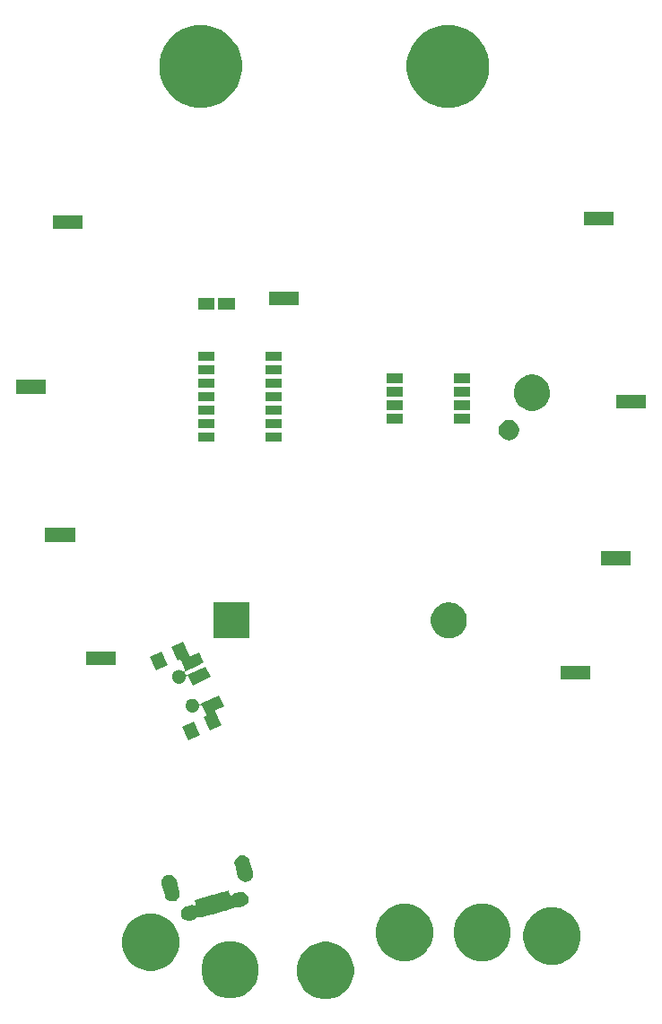
<source format=gbs>
G04 #@! TF.GenerationSoftware,KiCad,Pcbnew,(5.0.2)-1*
G04 #@! TF.CreationDate,2019-03-18T22:35:41-04:00*
G04 #@! TF.ProjectId,Badge2019,42616467-6532-4303-9139-2e6b69636164,rev?*
G04 #@! TF.SameCoordinates,Original*
G04 #@! TF.FileFunction,Soldermask,Bot*
G04 #@! TF.FilePolarity,Negative*
%FSLAX46Y46*%
G04 Gerber Fmt 4.6, Leading zero omitted, Abs format (unit mm)*
G04 Created by KiCad (PCBNEW (5.0.2)-1) date 3/18/2019 10:35:41 PM*
%MOMM*%
%LPD*%
G01*
G04 APERTURE LIST*
%ADD10C,0.100000*%
G04 APERTURE END LIST*
D10*
G36*
X208196340Y-136976759D02*
X208661388Y-137169388D01*
X208687710Y-137180291D01*
X208803752Y-137257828D01*
X209129933Y-137475775D01*
X209506005Y-137851847D01*
X209506007Y-137851850D01*
X209748877Y-138215330D01*
X209801490Y-138294072D01*
X210005021Y-138785440D01*
X210108780Y-139307072D01*
X210108780Y-139838928D01*
X210005021Y-140360560D01*
X209801490Y-140851928D01*
X209506005Y-141294153D01*
X209129933Y-141670225D01*
X209129930Y-141670227D01*
X208687710Y-141965709D01*
X208687709Y-141965710D01*
X208687708Y-141965710D01*
X208196340Y-142169241D01*
X207674708Y-142273000D01*
X207142852Y-142273000D01*
X206621220Y-142169241D01*
X206129852Y-141965710D01*
X206129851Y-141965710D01*
X206129850Y-141965709D01*
X205687630Y-141670227D01*
X205687627Y-141670225D01*
X205311555Y-141294153D01*
X205016070Y-140851928D01*
X204812539Y-140360560D01*
X204708780Y-139838928D01*
X204708780Y-139307072D01*
X204812539Y-138785440D01*
X205016070Y-138294072D01*
X205068684Y-138215330D01*
X205311553Y-137851850D01*
X205311555Y-137851847D01*
X205687627Y-137475775D01*
X206013808Y-137257828D01*
X206129850Y-137180291D01*
X206156172Y-137169388D01*
X206621220Y-136976759D01*
X207142852Y-136873000D01*
X207674708Y-136873000D01*
X208196340Y-136976759D01*
X208196340Y-136976759D01*
G37*
G36*
X199189500Y-136898019D02*
X199680868Y-137101550D01*
X199680870Y-137101551D01*
X199914755Y-137257828D01*
X200123093Y-137397035D01*
X200499165Y-137773107D01*
X200499167Y-137773110D01*
X200701637Y-138076127D01*
X200794650Y-138215332D01*
X200998181Y-138706700D01*
X201101940Y-139228332D01*
X201101940Y-139760188D01*
X200998181Y-140281820D01*
X200965565Y-140360561D01*
X200794649Y-140773190D01*
X200503097Y-141209528D01*
X200499165Y-141215413D01*
X200123093Y-141591485D01*
X200123090Y-141591487D01*
X199680870Y-141886969D01*
X199680869Y-141886970D01*
X199680868Y-141886970D01*
X199189500Y-142090501D01*
X198667868Y-142194260D01*
X198136012Y-142194260D01*
X197614380Y-142090501D01*
X197123012Y-141886970D01*
X197123011Y-141886970D01*
X197123010Y-141886969D01*
X196680790Y-141591487D01*
X196680787Y-141591485D01*
X196304715Y-141215413D01*
X196300783Y-141209528D01*
X196009231Y-140773190D01*
X195838315Y-140360561D01*
X195805699Y-140281820D01*
X195701940Y-139760188D01*
X195701940Y-139228332D01*
X195805699Y-138706700D01*
X196009230Y-138215332D01*
X196102244Y-138076127D01*
X196304713Y-137773110D01*
X196304715Y-137773107D01*
X196680787Y-137397035D01*
X196889125Y-137257828D01*
X197123010Y-137101551D01*
X197123012Y-137101550D01*
X197614380Y-136898019D01*
X198136012Y-136794260D01*
X198667868Y-136794260D01*
X199189500Y-136898019D01*
X199189500Y-136898019D01*
G37*
G36*
X191701580Y-134307219D02*
X192188660Y-134508974D01*
X192192950Y-134510751D01*
X192520210Y-134729419D01*
X192635173Y-134806235D01*
X193011245Y-135182307D01*
X193306730Y-135624532D01*
X193510261Y-136115900D01*
X193614020Y-136637532D01*
X193614020Y-137169388D01*
X193510261Y-137691020D01*
X193306730Y-138182388D01*
X193011245Y-138624613D01*
X192635173Y-139000685D01*
X192635170Y-139000687D01*
X192192950Y-139296169D01*
X192192949Y-139296170D01*
X192192948Y-139296170D01*
X191701580Y-139499701D01*
X191179948Y-139603460D01*
X190648092Y-139603460D01*
X190126460Y-139499701D01*
X189635092Y-139296170D01*
X189635091Y-139296170D01*
X189635090Y-139296169D01*
X189192870Y-139000687D01*
X189192867Y-139000685D01*
X188816795Y-138624613D01*
X188521310Y-138182388D01*
X188317779Y-137691020D01*
X188214020Y-137169388D01*
X188214020Y-136637532D01*
X188317779Y-136115900D01*
X188521310Y-135624532D01*
X188816795Y-135182307D01*
X189192867Y-134806235D01*
X189307830Y-134729419D01*
X189635090Y-134510751D01*
X189639380Y-134508974D01*
X190126460Y-134307219D01*
X190648092Y-134203460D01*
X191179948Y-134203460D01*
X191701580Y-134307219D01*
X191701580Y-134307219D01*
G37*
G36*
X229572980Y-133730639D02*
X230064348Y-133934170D01*
X230064350Y-133934171D01*
X230447800Y-134190384D01*
X230506573Y-134229655D01*
X230882645Y-134605727D01*
X230882647Y-134605730D01*
X231065598Y-134879535D01*
X231178130Y-135047952D01*
X231381661Y-135539320D01*
X231485420Y-136060952D01*
X231485420Y-136592808D01*
X231381661Y-137114440D01*
X231322267Y-137257830D01*
X231178129Y-137605810D01*
X231013732Y-137851847D01*
X230882645Y-138048033D01*
X230506573Y-138424105D01*
X230506570Y-138424107D01*
X230064350Y-138719589D01*
X230064349Y-138719590D01*
X230064348Y-138719590D01*
X229572980Y-138923121D01*
X229051348Y-139026880D01*
X228519492Y-139026880D01*
X227997860Y-138923121D01*
X227506492Y-138719590D01*
X227506491Y-138719590D01*
X227506490Y-138719589D01*
X227064270Y-138424107D01*
X227064267Y-138424105D01*
X226688195Y-138048033D01*
X226557108Y-137851847D01*
X226392711Y-137605810D01*
X226248573Y-137257830D01*
X226189179Y-137114440D01*
X226085420Y-136592808D01*
X226085420Y-136060952D01*
X226189179Y-135539320D01*
X226392710Y-135047952D01*
X226505243Y-134879535D01*
X226688193Y-134605730D01*
X226688195Y-134605727D01*
X227064267Y-134229655D01*
X227123040Y-134190384D01*
X227506490Y-133934171D01*
X227506492Y-133934170D01*
X227997860Y-133730639D01*
X228519492Y-133626880D01*
X229051348Y-133626880D01*
X229572980Y-133730639D01*
X229572980Y-133730639D01*
G37*
G36*
X215653780Y-133382659D02*
X216145148Y-133586190D01*
X216145150Y-133586191D01*
X216361333Y-133730640D01*
X216587373Y-133881675D01*
X216963445Y-134257747D01*
X216963447Y-134257750D01*
X217229955Y-134656607D01*
X217258930Y-134699972D01*
X217462461Y-135191340D01*
X217566220Y-135712972D01*
X217566220Y-136244828D01*
X217462461Y-136766460D01*
X217295563Y-137169387D01*
X217258929Y-137257830D01*
X217026416Y-137605810D01*
X216963445Y-137700053D01*
X216587373Y-138076125D01*
X216587370Y-138076127D01*
X216145150Y-138371609D01*
X216145149Y-138371610D01*
X216145148Y-138371610D01*
X215653780Y-138575141D01*
X215132148Y-138678900D01*
X214600292Y-138678900D01*
X214078660Y-138575141D01*
X213587292Y-138371610D01*
X213587291Y-138371610D01*
X213587290Y-138371609D01*
X213145070Y-138076127D01*
X213145067Y-138076125D01*
X212768995Y-137700053D01*
X212706024Y-137605810D01*
X212473511Y-137257830D01*
X212436877Y-137169387D01*
X212269979Y-136766460D01*
X212166220Y-136244828D01*
X212166220Y-135712972D01*
X212269979Y-135191340D01*
X212473510Y-134699972D01*
X212502486Y-134656607D01*
X212768993Y-134257750D01*
X212768995Y-134257747D01*
X213145067Y-133881675D01*
X213371107Y-133730640D01*
X213587290Y-133586191D01*
X213587292Y-133586190D01*
X214078660Y-133382659D01*
X214600292Y-133278900D01*
X215132148Y-133278900D01*
X215653780Y-133382659D01*
X215653780Y-133382659D01*
G37*
G36*
X222991840Y-133382659D02*
X223483208Y-133586190D01*
X223483210Y-133586191D01*
X223699393Y-133730640D01*
X223925433Y-133881675D01*
X224301505Y-134257747D01*
X224301507Y-134257750D01*
X224568015Y-134656607D01*
X224596990Y-134699972D01*
X224800521Y-135191340D01*
X224904280Y-135712972D01*
X224904280Y-136244828D01*
X224800521Y-136766460D01*
X224633623Y-137169387D01*
X224596989Y-137257830D01*
X224364476Y-137605810D01*
X224301505Y-137700053D01*
X223925433Y-138076125D01*
X223925430Y-138076127D01*
X223483210Y-138371609D01*
X223483209Y-138371610D01*
X223483208Y-138371610D01*
X222991840Y-138575141D01*
X222470208Y-138678900D01*
X221938352Y-138678900D01*
X221416720Y-138575141D01*
X220925352Y-138371610D01*
X220925351Y-138371610D01*
X220925350Y-138371609D01*
X220483130Y-138076127D01*
X220483127Y-138076125D01*
X220107055Y-137700053D01*
X220044084Y-137605810D01*
X219811571Y-137257830D01*
X219774937Y-137169387D01*
X219608039Y-136766460D01*
X219504280Y-136244828D01*
X219504280Y-135712972D01*
X219608039Y-135191340D01*
X219811570Y-134699972D01*
X219840546Y-134656607D01*
X220107053Y-134257750D01*
X220107055Y-134257747D01*
X220483127Y-133881675D01*
X220709167Y-133730640D01*
X220925350Y-133586191D01*
X220925352Y-133586190D01*
X221416720Y-133382659D01*
X221938352Y-133278900D01*
X222470208Y-133278900D01*
X222991840Y-133382659D01*
X222991840Y-133382659D01*
G37*
G36*
X198388981Y-132420410D02*
X198397610Y-132443337D01*
X198410550Y-132464146D01*
X198427301Y-132482031D01*
X198447219Y-132496304D01*
X198469539Y-132506417D01*
X198493403Y-132511982D01*
X198517894Y-132512783D01*
X198542071Y-132508792D01*
X198565005Y-132500160D01*
X198585814Y-132487220D01*
X198603699Y-132470469D01*
X198611325Y-132460860D01*
X198612939Y-132458607D01*
X198713578Y-132364348D01*
X198830674Y-132291534D01*
X198927382Y-132255136D01*
X199288966Y-132158250D01*
X199390918Y-132141418D01*
X199528732Y-132145930D01*
X199663018Y-132177241D01*
X199788615Y-132234149D01*
X199900696Y-132314466D01*
X199994955Y-132415105D01*
X200067770Y-132532200D01*
X200116340Y-132661251D01*
X200138801Y-132797297D01*
X200134289Y-132935111D01*
X200102978Y-133069396D01*
X200046071Y-133194993D01*
X199965753Y-133307075D01*
X199865114Y-133401334D01*
X199748019Y-133474148D01*
X199651310Y-133510546D01*
X199289725Y-133607432D01*
X199187774Y-133624264D01*
X199049960Y-133619752D01*
X198915675Y-133588440D01*
X198914976Y-133588123D01*
X198913154Y-133587298D01*
X198889951Y-133579421D01*
X198865656Y-133576222D01*
X198841204Y-133577824D01*
X198817535Y-133584166D01*
X198795557Y-133595004D01*
X198776117Y-133609920D01*
X198759959Y-133628343D01*
X198747707Y-133649565D01*
X198739830Y-133672768D01*
X198736631Y-133697063D01*
X198738210Y-133721161D01*
X198150062Y-133878755D01*
X198013117Y-133915449D01*
X197892377Y-133947801D01*
X197747489Y-133986623D01*
X197602594Y-134025448D01*
X197602591Y-134025449D01*
X197288861Y-134109513D01*
X196757414Y-134251914D01*
X196636674Y-134284266D01*
X196008822Y-134452498D01*
X195798050Y-134508974D01*
X195501711Y-134588378D01*
X195500512Y-134588699D01*
X195496342Y-134577619D01*
X195483402Y-134556810D01*
X195466651Y-134538925D01*
X195446733Y-134524652D01*
X195424413Y-134514539D01*
X195400549Y-134508974D01*
X195376058Y-134508173D01*
X195351881Y-134512164D01*
X195328947Y-134520796D01*
X195308138Y-134533736D01*
X195290253Y-134550487D01*
X195282627Y-134560096D01*
X195281013Y-134562348D01*
X195180374Y-134656607D01*
X195063279Y-134729421D01*
X194966570Y-134765819D01*
X194604985Y-134862705D01*
X194503034Y-134879537D01*
X194365220Y-134875025D01*
X194230935Y-134843713D01*
X194105338Y-134786806D01*
X193993256Y-134706489D01*
X193898997Y-134605850D01*
X193826183Y-134488754D01*
X193777612Y-134359704D01*
X193755151Y-134223658D01*
X193759663Y-134085844D01*
X193790975Y-133951559D01*
X193847882Y-133825962D01*
X193928199Y-133713880D01*
X194028838Y-133619621D01*
X194145934Y-133546807D01*
X194242642Y-133510409D01*
X194604226Y-133413523D01*
X194706178Y-133396691D01*
X194843992Y-133401203D01*
X194978278Y-133432514D01*
X194980811Y-133433662D01*
X195004004Y-133441534D01*
X195028299Y-133444732D01*
X195052751Y-133443129D01*
X195076420Y-133436787D01*
X195098397Y-133425948D01*
X195117837Y-133411031D01*
X195133994Y-133392607D01*
X195146246Y-133371386D01*
X195154122Y-133348182D01*
X195157320Y-133323887D01*
X195153128Y-133287447D01*
X195128356Y-133194995D01*
X195049104Y-132899225D01*
X195049104Y-132899224D01*
X195894289Y-132672758D01*
X196275216Y-132570689D01*
X196401400Y-132536878D01*
X196522140Y-132504526D01*
X196705852Y-132455301D01*
X196811924Y-132426879D01*
X196811927Y-132426878D01*
X197317037Y-132291534D01*
X197657104Y-132200413D01*
X197777844Y-132168061D01*
X198284954Y-132032181D01*
X198284955Y-132032181D01*
X198388981Y-132420410D01*
X198388981Y-132420410D01*
G37*
G36*
X192664903Y-130542788D02*
X192739955Y-130545244D01*
X192879035Y-130577674D01*
X192950178Y-130609909D01*
X193009118Y-130636614D01*
X193099690Y-130701517D01*
X193125205Y-130719801D01*
X193201902Y-130801690D01*
X193222828Y-130824032D01*
X193298243Y-130945309D01*
X193335945Y-131045482D01*
X193639077Y-132176787D01*
X193656512Y-132282390D01*
X193654334Y-132348929D01*
X193651840Y-132425127D01*
X193625782Y-132536878D01*
X193619409Y-132564208D01*
X193616472Y-132570689D01*
X193560468Y-132694292D01*
X193477285Y-132810374D01*
X193373050Y-132908002D01*
X193251776Y-132983414D01*
X193154882Y-133019882D01*
X193118115Y-133033720D01*
X192977210Y-133056984D01*
X192905842Y-133054647D01*
X192834473Y-133052312D01*
X192695397Y-133019882D01*
X192695393Y-133019881D01*
X192565312Y-132960941D01*
X192529266Y-132935111D01*
X192449225Y-132877755D01*
X192351603Y-132773525D01*
X192351601Y-132773523D01*
X192276187Y-132652246D01*
X192243052Y-132564208D01*
X192238487Y-132552079D01*
X192234414Y-132536878D01*
X191935353Y-131420768D01*
X191917918Y-131315164D01*
X191920134Y-131247481D01*
X191922590Y-131172429D01*
X191955020Y-131033349D01*
X192013960Y-130903267D01*
X192013960Y-130903266D01*
X192097145Y-130787182D01*
X192097147Y-130787179D01*
X192201377Y-130689557D01*
X192201378Y-130689556D01*
X192322655Y-130614141D01*
X192389485Y-130588988D01*
X192456313Y-130563836D01*
X192481801Y-130559628D01*
X192597220Y-130540572D01*
X192664903Y-130542788D01*
X192664903Y-130542788D01*
G37*
G36*
X199571273Y-128692232D02*
X199646325Y-128694688D01*
X199785405Y-128727118D01*
X199856548Y-128759353D01*
X199915488Y-128786058D01*
X200011506Y-128854864D01*
X200031575Y-128869245D01*
X200094681Y-128936623D01*
X200129198Y-128973476D01*
X200204613Y-129094753D01*
X200242315Y-129194926D01*
X200545447Y-130326231D01*
X200562882Y-130431834D01*
X200560704Y-130498373D01*
X200558210Y-130574571D01*
X200528609Y-130701517D01*
X200525779Y-130713652D01*
X200485890Y-130801688D01*
X200466838Y-130843736D01*
X200383655Y-130959818D01*
X200279420Y-131057446D01*
X200158146Y-131132858D01*
X200061252Y-131169326D01*
X200024485Y-131183164D01*
X199883580Y-131206428D01*
X199812212Y-131204091D01*
X199740843Y-131201756D01*
X199601767Y-131169326D01*
X199601763Y-131169325D01*
X199471682Y-131110385D01*
X199397805Y-131057446D01*
X199355595Y-131027199D01*
X199257973Y-130922969D01*
X199257971Y-130922967D01*
X199182557Y-130801690D01*
X199182556Y-130801688D01*
X199144857Y-130701523D01*
X199144855Y-130701517D01*
X198841723Y-129570212D01*
X198824288Y-129464608D01*
X198826504Y-129396925D01*
X198828960Y-129321873D01*
X198861390Y-129182793D01*
X198920330Y-129052711D01*
X198920330Y-129052710D01*
X199003515Y-128936626D01*
X199003517Y-128936623D01*
X199107747Y-128839001D01*
X199107748Y-128839000D01*
X199229025Y-128763585D01*
X199295855Y-128738433D01*
X199362683Y-128713280D01*
X199388171Y-128709072D01*
X199503590Y-128690016D01*
X199571273Y-128692232D01*
X199571273Y-128692232D01*
G37*
G36*
X195596815Y-117379093D02*
X194509245Y-117886235D01*
X193917579Y-116617403D01*
X195005149Y-116110261D01*
X195596815Y-117379093D01*
X195596815Y-117379093D01*
G37*
G36*
X197851004Y-114617710D02*
X197057984Y-114987501D01*
X197036897Y-114999983D01*
X197018651Y-115016340D01*
X197003947Y-115035942D01*
X196993349Y-115058036D01*
X196987266Y-115081774D01*
X196985930Y-115106241D01*
X196989393Y-115130500D01*
X196997523Y-115153616D01*
X197599755Y-116445106D01*
X196512185Y-116952248D01*
X195920519Y-115683417D01*
X196079123Y-115609459D01*
X196100210Y-115596976D01*
X196118456Y-115580619D01*
X196133160Y-115561017D01*
X196143758Y-115538923D01*
X196149841Y-115515186D01*
X196151177Y-115490718D01*
X196147714Y-115466459D01*
X196139584Y-115443343D01*
X195733794Y-114573124D01*
X195721312Y-114552037D01*
X195704955Y-114533791D01*
X195685353Y-114519087D01*
X195663258Y-114508489D01*
X195639521Y-114502406D01*
X195615054Y-114501070D01*
X195590795Y-114504533D01*
X195567679Y-114512663D01*
X195546592Y-114525145D01*
X195528346Y-114541502D01*
X195513642Y-114561104D01*
X195503044Y-114583199D01*
X195496961Y-114606936D01*
X195495506Y-114625951D01*
X195495506Y-114648827D01*
X195470527Y-114774403D01*
X195421529Y-114892696D01*
X195350392Y-114999160D01*
X195259860Y-115089692D01*
X195153396Y-115160829D01*
X195069751Y-115195476D01*
X195035104Y-115209827D01*
X194993244Y-115218153D01*
X194909527Y-115234806D01*
X194781485Y-115234806D01*
X194697768Y-115218153D01*
X194655908Y-115209827D01*
X194621261Y-115195476D01*
X194537616Y-115160829D01*
X194431152Y-115089692D01*
X194340620Y-114999160D01*
X194269483Y-114892696D01*
X194220485Y-114774403D01*
X194195506Y-114648827D01*
X194195506Y-114520785D01*
X194213514Y-114430255D01*
X194220485Y-114395208D01*
X194234836Y-114360561D01*
X194269483Y-114276916D01*
X194340620Y-114170452D01*
X194431152Y-114079920D01*
X194537616Y-114008783D01*
X194621261Y-113974136D01*
X194655908Y-113959785D01*
X194697768Y-113951459D01*
X194781485Y-113934806D01*
X194909527Y-113934806D01*
X194993244Y-113951459D01*
X195035104Y-113959785D01*
X195069751Y-113974136D01*
X195153396Y-114008783D01*
X195259860Y-114079920D01*
X195350392Y-114170452D01*
X195421528Y-114276915D01*
X195461807Y-114374157D01*
X195473358Y-114395767D01*
X195488904Y-114414709D01*
X195507846Y-114430255D01*
X195529457Y-114441806D01*
X195552906Y-114448919D01*
X195577292Y-114451321D01*
X195601678Y-114448919D01*
X195630119Y-114439609D01*
X196739406Y-113922340D01*
X197386123Y-113620771D01*
X197386124Y-113620771D01*
X197851004Y-114617710D01*
X197851004Y-114617710D01*
G37*
G36*
X194525206Y-109851717D02*
X194537688Y-109872804D01*
X194554045Y-109891050D01*
X194573647Y-109905754D01*
X194595741Y-109916352D01*
X194619479Y-109922435D01*
X194643946Y-109923771D01*
X194668205Y-109920308D01*
X194691318Y-109912179D01*
X195484341Y-109542386D01*
X195484342Y-109542386D01*
X195949222Y-110539325D01*
X195350915Y-110818320D01*
X194227237Y-111342300D01*
X194193325Y-111358113D01*
X194172238Y-111370595D01*
X194153992Y-111386952D01*
X194139288Y-111406554D01*
X194128690Y-111428648D01*
X194122607Y-111452386D01*
X194121271Y-111476853D01*
X194124734Y-111501112D01*
X194132864Y-111524228D01*
X194142218Y-111540846D01*
X194153673Y-111557989D01*
X194193952Y-111655233D01*
X194205503Y-111676844D01*
X194221048Y-111695786D01*
X194239991Y-111711332D01*
X194261601Y-111722883D01*
X194285050Y-111729996D01*
X194309437Y-111732398D01*
X194333823Y-111729996D01*
X194362264Y-111720686D01*
X195494532Y-111192701D01*
X196118268Y-110901848D01*
X196118269Y-110901848D01*
X196583149Y-111898787D01*
X195765135Y-112280233D01*
X194861164Y-112701762D01*
X194861163Y-112701762D01*
X194465939Y-111854201D01*
X194453457Y-111833114D01*
X194437100Y-111814868D01*
X194417498Y-111800164D01*
X194395404Y-111789566D01*
X194371666Y-111783483D01*
X194347199Y-111782147D01*
X194322940Y-111785610D01*
X194299824Y-111793740D01*
X194278737Y-111806222D01*
X194260491Y-111822579D01*
X194245787Y-111842181D01*
X194235189Y-111864275D01*
X194229106Y-111888013D01*
X194227651Y-111907028D01*
X194227651Y-111929903D01*
X194202672Y-112055479D01*
X194153674Y-112173772D01*
X194082537Y-112280236D01*
X193992005Y-112370768D01*
X193885541Y-112441905D01*
X193801896Y-112476552D01*
X193767249Y-112490903D01*
X193725389Y-112499229D01*
X193641672Y-112515882D01*
X193513630Y-112515882D01*
X193429913Y-112499229D01*
X193388053Y-112490903D01*
X193353406Y-112476552D01*
X193269761Y-112441905D01*
X193163297Y-112370768D01*
X193072765Y-112280236D01*
X193001628Y-112173772D01*
X192952630Y-112055479D01*
X192927651Y-111929903D01*
X192927651Y-111801861D01*
X192952630Y-111676285D01*
X193001628Y-111557992D01*
X193072765Y-111451528D01*
X193163297Y-111360996D01*
X193269761Y-111289859D01*
X193353406Y-111255212D01*
X193388053Y-111240861D01*
X193429913Y-111232535D01*
X193513630Y-111215882D01*
X193641672Y-111215882D01*
X193725389Y-111232535D01*
X193767249Y-111240861D01*
X193801896Y-111255212D01*
X193885541Y-111289859D01*
X193974743Y-111349462D01*
X193996354Y-111361013D01*
X194019803Y-111368126D01*
X194044189Y-111370528D01*
X194068576Y-111368126D01*
X194092025Y-111361013D01*
X194113636Y-111349462D01*
X194132578Y-111333916D01*
X194148123Y-111314974D01*
X194159674Y-111293363D01*
X194166787Y-111269914D01*
X194169189Y-111245528D01*
X194166787Y-111221141D01*
X194157478Y-111192701D01*
X194021851Y-110901848D01*
X193762357Y-110345361D01*
X193751792Y-110322703D01*
X193739309Y-110301616D01*
X193722952Y-110283370D01*
X193703350Y-110268666D01*
X193681256Y-110258068D01*
X193657519Y-110251985D01*
X193633051Y-110250649D01*
X193608792Y-110254112D01*
X193585676Y-110262242D01*
X193427071Y-110336201D01*
X192835405Y-109067369D01*
X193922975Y-108560227D01*
X194525206Y-109851717D01*
X194525206Y-109851717D01*
G37*
G36*
X232414420Y-112107320D02*
X229601420Y-112107320D01*
X229601420Y-110818320D01*
X232414420Y-110818320D01*
X232414420Y-112107320D01*
X232414420Y-112107320D01*
G37*
G36*
X192511701Y-110763046D02*
X191424131Y-111270188D01*
X190832465Y-110001356D01*
X191920035Y-109494214D01*
X192511701Y-110763046D01*
X192511701Y-110763046D01*
G37*
G36*
X187621520Y-110756040D02*
X184808520Y-110756040D01*
X184808520Y-109467040D01*
X187621520Y-109467040D01*
X187621520Y-110756040D01*
X187621520Y-110756040D01*
G37*
G36*
X219440893Y-104881313D02*
X219550372Y-104903090D01*
X219859752Y-105031239D01*
X220138187Y-105217283D01*
X220374977Y-105454073D01*
X220561021Y-105732508D01*
X220689170Y-106041888D01*
X220754500Y-106370325D01*
X220754500Y-106705195D01*
X220689170Y-107033632D01*
X220561021Y-107343012D01*
X220374977Y-107621447D01*
X220138187Y-107858237D01*
X219859752Y-108044281D01*
X219550372Y-108172430D01*
X219440893Y-108194207D01*
X219221937Y-108237760D01*
X218887063Y-108237760D01*
X218668107Y-108194207D01*
X218558628Y-108172430D01*
X218249248Y-108044281D01*
X217970813Y-107858237D01*
X217734023Y-107621447D01*
X217547979Y-107343012D01*
X217419830Y-107033632D01*
X217354500Y-106705195D01*
X217354500Y-106370325D01*
X217419830Y-106041888D01*
X217547979Y-105732508D01*
X217734023Y-105454073D01*
X217970813Y-105217283D01*
X218249248Y-105031239D01*
X218558628Y-104903090D01*
X218668107Y-104881313D01*
X218887063Y-104837760D01*
X219221937Y-104837760D01*
X219440893Y-104881313D01*
X219440893Y-104881313D01*
G37*
G36*
X200264500Y-108237760D02*
X196864500Y-108237760D01*
X196864500Y-104837760D01*
X200264500Y-104837760D01*
X200264500Y-108237760D01*
X200264500Y-108237760D01*
G37*
G36*
X236204100Y-101317400D02*
X233391100Y-101317400D01*
X233391100Y-100028400D01*
X236204100Y-100028400D01*
X236204100Y-101317400D01*
X236204100Y-101317400D01*
G37*
G36*
X183765800Y-99125380D02*
X180952800Y-99125380D01*
X180952800Y-97836380D01*
X183765800Y-97836380D01*
X183765800Y-99125380D01*
X183765800Y-99125380D01*
G37*
G36*
X196905220Y-89696900D02*
X195362220Y-89696900D01*
X195362220Y-88788900D01*
X196905220Y-88788900D01*
X196905220Y-89696900D01*
X196905220Y-89696900D01*
G37*
G36*
X203255220Y-89696900D02*
X201712220Y-89696900D01*
X201712220Y-88788900D01*
X203255220Y-88788900D01*
X203255220Y-89696900D01*
X203255220Y-89696900D01*
G37*
G36*
X224860871Y-87656867D02*
X224998525Y-87684248D01*
X225171414Y-87755861D01*
X225327010Y-87859827D01*
X225459333Y-87992150D01*
X225563299Y-88147746D01*
X225634912Y-88320635D01*
X225671420Y-88504173D01*
X225671420Y-88691307D01*
X225634912Y-88874845D01*
X225563299Y-89047734D01*
X225459333Y-89203330D01*
X225327010Y-89335653D01*
X225171414Y-89439619D01*
X224998525Y-89511232D01*
X224860871Y-89538613D01*
X224814988Y-89547740D01*
X224627852Y-89547740D01*
X224581969Y-89538613D01*
X224444315Y-89511232D01*
X224271426Y-89439619D01*
X224115830Y-89335653D01*
X223983507Y-89203330D01*
X223879541Y-89047734D01*
X223807928Y-88874845D01*
X223771420Y-88691307D01*
X223771420Y-88504173D01*
X223807928Y-88320635D01*
X223879541Y-88147746D01*
X223983507Y-87992150D01*
X224115830Y-87859827D01*
X224271426Y-87755861D01*
X224444315Y-87684248D01*
X224581968Y-87656867D01*
X224627852Y-87647740D01*
X224814988Y-87647740D01*
X224860871Y-87656867D01*
X224860871Y-87656867D01*
G37*
G36*
X203255220Y-88426900D02*
X201712220Y-88426900D01*
X201712220Y-87518900D01*
X203255220Y-87518900D01*
X203255220Y-88426900D01*
X203255220Y-88426900D01*
G37*
G36*
X196905220Y-88426900D02*
X195362220Y-88426900D01*
X195362220Y-87518900D01*
X196905220Y-87518900D01*
X196905220Y-88426900D01*
X196905220Y-88426900D01*
G37*
G36*
X214687760Y-87974780D02*
X213144760Y-87974780D01*
X213144760Y-87066780D01*
X214687760Y-87066780D01*
X214687760Y-87974780D01*
X214687760Y-87974780D01*
G37*
G36*
X221037760Y-87974780D02*
X219494760Y-87974780D01*
X219494760Y-87066780D01*
X221037760Y-87066780D01*
X221037760Y-87974780D01*
X221037760Y-87974780D01*
G37*
G36*
X196905220Y-87156900D02*
X195362220Y-87156900D01*
X195362220Y-86248900D01*
X196905220Y-86248900D01*
X196905220Y-87156900D01*
X196905220Y-87156900D01*
G37*
G36*
X203255220Y-87156900D02*
X201712220Y-87156900D01*
X201712220Y-86248900D01*
X203255220Y-86248900D01*
X203255220Y-87156900D01*
X203255220Y-87156900D01*
G37*
G36*
X227289673Y-83397993D02*
X227399152Y-83419770D01*
X227708532Y-83547919D01*
X227986967Y-83733963D01*
X228223757Y-83970753D01*
X228409801Y-84249188D01*
X228524783Y-84526780D01*
X228537950Y-84558569D01*
X228603280Y-84887003D01*
X228603280Y-85221877D01*
X228560931Y-85434780D01*
X228537950Y-85550312D01*
X228409801Y-85859692D01*
X228223757Y-86138127D01*
X227986967Y-86374917D01*
X227708532Y-86560961D01*
X227399152Y-86689110D01*
X227320373Y-86704780D01*
X227070717Y-86754440D01*
X226735843Y-86754440D01*
X226486187Y-86704780D01*
X226407408Y-86689110D01*
X226098028Y-86560961D01*
X225819593Y-86374917D01*
X225582803Y-86138127D01*
X225396759Y-85859692D01*
X225268610Y-85550312D01*
X225245629Y-85434780D01*
X225203280Y-85221877D01*
X225203280Y-84887003D01*
X225268610Y-84558569D01*
X225281777Y-84526780D01*
X225396759Y-84249188D01*
X225582803Y-83970753D01*
X225819593Y-83733963D01*
X226098028Y-83547919D01*
X226407408Y-83419770D01*
X226516887Y-83397993D01*
X226735843Y-83354440D01*
X227070717Y-83354440D01*
X227289673Y-83397993D01*
X227289673Y-83397993D01*
G37*
G36*
X221037760Y-86704780D02*
X219494760Y-86704780D01*
X219494760Y-85796780D01*
X221037760Y-85796780D01*
X221037760Y-86704780D01*
X221037760Y-86704780D01*
G37*
G36*
X214687760Y-86704780D02*
X213144760Y-86704780D01*
X213144760Y-85796780D01*
X214687760Y-85796780D01*
X214687760Y-86704780D01*
X214687760Y-86704780D01*
G37*
G36*
X237654440Y-86572700D02*
X234841440Y-86572700D01*
X234841440Y-85283700D01*
X237654440Y-85283700D01*
X237654440Y-86572700D01*
X237654440Y-86572700D01*
G37*
G36*
X196905220Y-85886900D02*
X195362220Y-85886900D01*
X195362220Y-84978900D01*
X196905220Y-84978900D01*
X196905220Y-85886900D01*
X196905220Y-85886900D01*
G37*
G36*
X203255220Y-85886900D02*
X201712220Y-85886900D01*
X201712220Y-84978900D01*
X203255220Y-84978900D01*
X203255220Y-85886900D01*
X203255220Y-85886900D01*
G37*
G36*
X214687760Y-85434780D02*
X213144760Y-85434780D01*
X213144760Y-84526780D01*
X214687760Y-84526780D01*
X214687760Y-85434780D01*
X214687760Y-85434780D01*
G37*
G36*
X221037760Y-85434780D02*
X219494760Y-85434780D01*
X219494760Y-84526780D01*
X221037760Y-84526780D01*
X221037760Y-85434780D01*
X221037760Y-85434780D01*
G37*
G36*
X181042920Y-85152840D02*
X178229920Y-85152840D01*
X178229920Y-83863840D01*
X181042920Y-83863840D01*
X181042920Y-85152840D01*
X181042920Y-85152840D01*
G37*
G36*
X203255220Y-84616900D02*
X201712220Y-84616900D01*
X201712220Y-83708900D01*
X203255220Y-83708900D01*
X203255220Y-84616900D01*
X203255220Y-84616900D01*
G37*
G36*
X196905220Y-84616900D02*
X195362220Y-84616900D01*
X195362220Y-83708900D01*
X196905220Y-83708900D01*
X196905220Y-84616900D01*
X196905220Y-84616900D01*
G37*
G36*
X214687760Y-84164780D02*
X213144760Y-84164780D01*
X213144760Y-83256780D01*
X214687760Y-83256780D01*
X214687760Y-84164780D01*
X214687760Y-84164780D01*
G37*
G36*
X221037760Y-84164780D02*
X219494760Y-84164780D01*
X219494760Y-83256780D01*
X221037760Y-83256780D01*
X221037760Y-84164780D01*
X221037760Y-84164780D01*
G37*
G36*
X203255220Y-83346900D02*
X201712220Y-83346900D01*
X201712220Y-82438900D01*
X203255220Y-82438900D01*
X203255220Y-83346900D01*
X203255220Y-83346900D01*
G37*
G36*
X196905220Y-83346900D02*
X195362220Y-83346900D01*
X195362220Y-82438900D01*
X196905220Y-82438900D01*
X196905220Y-83346900D01*
X196905220Y-83346900D01*
G37*
G36*
X203255220Y-82076900D02*
X201712220Y-82076900D01*
X201712220Y-81168900D01*
X203255220Y-81168900D01*
X203255220Y-82076900D01*
X203255220Y-82076900D01*
G37*
G36*
X196905220Y-82076900D02*
X195362220Y-82076900D01*
X195362220Y-81168900D01*
X196905220Y-81168900D01*
X196905220Y-82076900D01*
X196905220Y-82076900D01*
G37*
G36*
X198864160Y-77265220D02*
X197264160Y-77265220D01*
X197264160Y-76115220D01*
X198864160Y-76115220D01*
X198864160Y-77265220D01*
X198864160Y-77265220D01*
G37*
G36*
X196964160Y-77265220D02*
X195364160Y-77265220D01*
X195364160Y-76115220D01*
X196964160Y-76115220D01*
X196964160Y-77265220D01*
X196964160Y-77265220D01*
G37*
G36*
X204918920Y-76814020D02*
X202105920Y-76814020D01*
X202105920Y-75525020D01*
X204918920Y-75525020D01*
X204918920Y-76814020D01*
X204918920Y-76814020D01*
G37*
G36*
X184517640Y-69618200D02*
X181704640Y-69618200D01*
X181704640Y-68329200D01*
X184517640Y-68329200D01*
X184517640Y-69618200D01*
X184517640Y-69618200D01*
G37*
G36*
X234596280Y-69265140D02*
X231783280Y-69265140D01*
X231783280Y-67976140D01*
X234596280Y-67976140D01*
X234596280Y-69265140D01*
X234596280Y-69265140D01*
G37*
G36*
X219857291Y-50484797D02*
X220108448Y-50534755D01*
X220818203Y-50828745D01*
X221448461Y-51249871D01*
X221456968Y-51255555D01*
X222000185Y-51798772D01*
X222000187Y-51798775D01*
X222426995Y-52437537D01*
X222599654Y-52854372D01*
X222720985Y-53147293D01*
X222870860Y-53900762D01*
X222870860Y-54668998D01*
X222827918Y-54884880D01*
X222720985Y-55422468D01*
X222426995Y-56132223D01*
X222005869Y-56762481D01*
X222000185Y-56770988D01*
X221456968Y-57314205D01*
X221456965Y-57314207D01*
X220818203Y-57741015D01*
X220108448Y-58035005D01*
X219857291Y-58084963D01*
X219354978Y-58184880D01*
X218586742Y-58184880D01*
X218084429Y-58084963D01*
X217833272Y-58035005D01*
X217123517Y-57741015D01*
X216484755Y-57314207D01*
X216484752Y-57314205D01*
X215941535Y-56770988D01*
X215935851Y-56762481D01*
X215514725Y-56132223D01*
X215220735Y-55422468D01*
X215113802Y-54884880D01*
X215070860Y-54668998D01*
X215070860Y-53900762D01*
X215220735Y-53147293D01*
X215342067Y-52854372D01*
X215514725Y-52437537D01*
X215941533Y-51798775D01*
X215941535Y-51798772D01*
X216484752Y-51255555D01*
X216493259Y-51249871D01*
X217123517Y-50828745D01*
X217833272Y-50534755D01*
X218084429Y-50484797D01*
X218586742Y-50384880D01*
X219354978Y-50384880D01*
X219857291Y-50484797D01*
X219857291Y-50484797D01*
G37*
G36*
X196517231Y-50484797D02*
X196768388Y-50534755D01*
X197478143Y-50828745D01*
X198108401Y-51249871D01*
X198116908Y-51255555D01*
X198660125Y-51798772D01*
X198660127Y-51798775D01*
X199086935Y-52437537D01*
X199259594Y-52854372D01*
X199380925Y-53147293D01*
X199530800Y-53900762D01*
X199530800Y-54668998D01*
X199487858Y-54884880D01*
X199380925Y-55422468D01*
X199086935Y-56132223D01*
X198665809Y-56762481D01*
X198660125Y-56770988D01*
X198116908Y-57314205D01*
X198116905Y-57314207D01*
X197478143Y-57741015D01*
X196768388Y-58035005D01*
X196517231Y-58084963D01*
X196014918Y-58184880D01*
X195246682Y-58184880D01*
X194744369Y-58084963D01*
X194493212Y-58035005D01*
X193783457Y-57741015D01*
X193144695Y-57314207D01*
X193144692Y-57314205D01*
X192601475Y-56770988D01*
X192595791Y-56762481D01*
X192174665Y-56132223D01*
X191880675Y-55422468D01*
X191773742Y-54884880D01*
X191730800Y-54668998D01*
X191730800Y-53900762D01*
X191880675Y-53147293D01*
X192002007Y-52854372D01*
X192174665Y-52437537D01*
X192601473Y-51798775D01*
X192601475Y-51798772D01*
X193144692Y-51255555D01*
X193153199Y-51249871D01*
X193783457Y-50828745D01*
X194493212Y-50534755D01*
X194744369Y-50484797D01*
X195246682Y-50384880D01*
X196014918Y-50384880D01*
X196517231Y-50484797D01*
X196517231Y-50484797D01*
G37*
M02*

</source>
